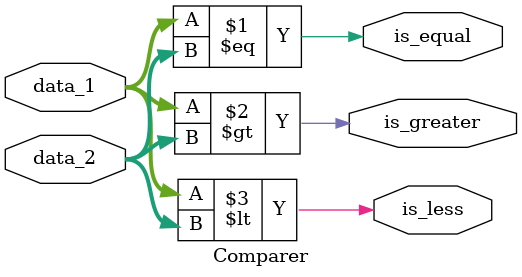
<source format=v>
module Comparer #(parameter width=32) (
	input	[width-1:0]	data_1, data_2,
	output 				is_equal, is_greater, is_less
);
	
	// == should be used here instead of ===,
	// since Hi-Z and float should yield ambiguous reuslt.
	assign is_equal = (data_1 == data_2);
	assign is_greater = (data_1 > data_2);
	assign is_less = (data_1 < data_2);

endmodule

</source>
